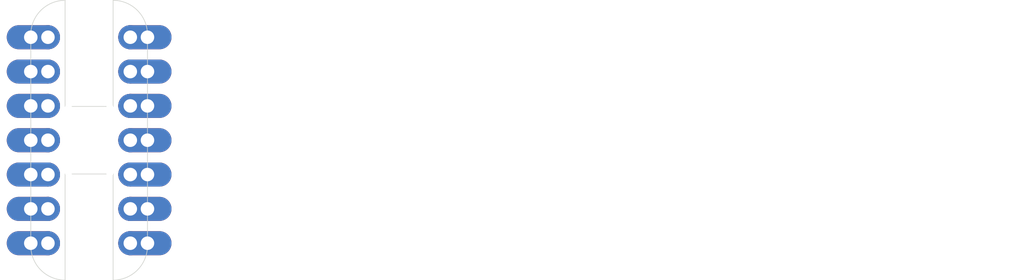
<source format=kicad_pcb>
(kicad_pcb (version 20240108) (generator "pcbnew") (generator_version "8.0")
  (layers (0 "F.Cu" signal) (31 "B.Cu" signal) (34 "B.Paste" user) (35 "F.Paste" user) (36 "B.SilkS" user "B.Silkscreen") (37 "F.SilkS" user "F.Silkscreen") (38 "B.Mask" user) (39 "F.Mask" user) (44 "Edge.Cuts" user))
  (net 0 "")
  (net 1 "VBUS")
  (net 2 "/TX")
  (net 3 "/RX")
  (net 4 "/MISO")
  (net 5 "/MOSI")
  (net 6 "/SCK")
  (net 7 "/A3")
  (net 8 "/A2")
  (net 9 "/A1")
  (net 10 "/A0")
  (net 11 "GND")
  (net 12 "+3.3V")
  (net 13 "/SDA")
  (net 14 "/SCL")
  (footprint "Xiao:Conn_01x_07_Xiao" (layer "F.Cu") (at 148.602731 80.773 180)
    (property "Reference" "J2" (hide yes))
    (property "Value" "Xiao Right" (hide yes))
    (pad "1" thru_hole oval (at -1.269999 -7.619999 180) (size 3.938 1.778) (drill 1 (offset 0.191 0)) (layers "*.Cu" "*.Mask") (net 3 "/RX"))
    (pad "1" thru_hole circle (at 0 -7.620001 180) (size 1.778 1.778) (drill 1) (layers "*.Cu" "*.Mask") (net 3 "/RX"))
    (pad "2" thru_hole oval (at -1.269999 -5.08 180) (size 3.938 1.778) (drill 1 (offset 0.191 0)) (layers "*.Cu" "*.Mask") (net 6 "/SCK"))
    (pad "2" thru_hole circle (at -0.000001 -5.08 180) (size 1.778 1.778) (drill 1) (layers "*.Cu" "*.Mask") (net 6 "/SCK"))
    (pad "3" thru_hole oval (at -1.269999 -2.54 180) (size 3.938 1.778) (drill 1 (offset 0.191 0)) (layers "*.Cu" "*.Mask") (net 4 "/MISO"))
    (pad "3" thru_hole circle (at -0.000001 -2.539999 180) (size 1.778 1.778) (drill 1) (layers "*.Cu" "*.Mask") (net 4 "/MISO"))
    (pad "4" thru_hole oval (at -1.270001 0 180) (size 3.938 1.778) (drill 1 (offset 0.191 0)) (layers "*.Cu" "*.Mask") (net 5 "/MOSI"))
    (pad "4" thru_hole circle (at 0 0 180) (size 1.778 1.778) (drill 1) (layers "*.Cu" "*.Mask") (net 5 "/MOSI"))
    (pad "5" thru_hole oval (at -1.269999 2.540001 180) (size 3.938 1.778) (drill 1 (offset 0.191 0)) (layers "*.Cu" "*.Mask") (net 12 "+3.3V"))
    (pad "5" thru_hole circle (at 0 2.539999 180) (size 1.778 1.778) (drill 1) (layers "*.Cu" "*.Mask") (net 12 "+3.3V"))
    (pad "6" thru_hole oval (at -1.269999 5.079999 180) (size 3.938 1.778) (drill 1 (offset 0.191 0)) (layers "*.Cu" "*.Mask") (net 11 "GND"))
    (pad "6" thru_hole circle (at -0.000001 5.08 180) (size 1.778 1.778) (drill 1) (layers "*.Cu" "*.Mask") (net 11 "GND"))
    (pad "7" thru_hole oval (at -1.269999 7.62 180) (size 3.938 1.778) (drill 1 (offset 0.191 0)) (layers "*.Cu" "*.Mask") (net 1 "VBUS"))
    (pad "7" thru_hole circle (at 0 7.62 180) (size 1.778 1.778) (drill 1) (layers "*.Cu" "*.Mask") (net 1 "VBUS"))
  )
  (footprint "Xiao:JLC Minimum Mouse Bites" (layer "F.Cu") (at 144.02875 80.823)
    (property "Reference" "REF**" (hide yes))
    (property "Value" "JLC Minimum Mouse Bites" (hide yes))
    (pad "" np_thru_hole circle (at 0 -2.5) (size 0.5 0.5) (drill 0.5) (layers "F&B.Cu" "*.Mask"))
    (pad "" np_thru_hole circle (at 0 -1.8) (size 0.5 0.5) (drill 0.5) (layers "F&B.Cu" "*.Mask"))
    (pad "" np_thru_hole circle (at 0 -1.1) (size 0.5 0.5) (drill 0.5) (layers "F&B.Cu" "*.Mask"))
    (pad "" np_thru_hole circle (at 0 -0.4) (size 0.5 0.5) (drill 0.5) (layers "F&B.Cu" "*.Mask"))
    (pad "" np_thru_hole circle (at 0 0.3) (size 0.5 0.5) (drill 0.5) (layers "F&B.Cu" "*.Mask"))
    (pad "" np_thru_hole circle (at 0 1) (size 0.5 0.5) (drill 0.5) (layers "F&B.Cu" "*.Mask"))
    (pad "" np_thru_hole circle (at 0 1.7) (size 0.5 0.5) (drill 0.5) (layers "F&B.Cu" "*.Mask"))
    (pad "" np_thru_hole circle (at 0 2.4) (size 0.5 0.5) (drill 0.5) (layers "F&B.Cu" "*.Mask"))
  )
  (footprint "Xiao:Conn_01x_07_Xiao" (layer "F.Cu") (at 142.50875 80.773)
    (property "Reference" "J1" (hide yes))
    (property "Value" "Xiao Left" (hide yes))
    (pad "1" thru_hole oval (at -1.269999 -7.619999) (size 3.938 1.778) (drill 1 (offset 0.191 0)) (layers "*.Cu" "*.Mask") (net 10 "/A0"))
    (pad "1" thru_hole circle (at 0 -7.620001) (size 1.778 1.778) (drill 1) (layers "*.Cu" "*.Mask") (net 10 "/A0"))
    (pad "2" thru_hole oval (at -1.269999 -5.08) (size 3.938 1.778) (drill 1 (offset 0.191 0)) (layers "*.Cu" "*.Mask") (net 9 "/A1"))
    (pad "2" thru_hole circle (at -0.000001 -5.08) (size 1.778 1.778) (drill 1) (layers "*.Cu" "*.Mask") (net 9 "/A1"))
    (pad "3" thru_hole oval (at -1.269999 -2.54) (size 3.938 1.778) (drill 1 (offset 0.191 0)) (layers "*.Cu" "*.Mask") (net 8 "/A2"))
    (pad "3" thru_hole circle (at -0.000001 -2.539999) (size 1.778 1.778) (drill 1) (layers "*.Cu" "*.Mask") (net 8 "/A2"))
    (pad "4" thru_hole oval (at -1.270001 0) (size 3.938 1.778) (drill 1 (offset 0.191 0)) (layers "*.Cu" "*.Mask") (net 7 "/A3"))
    (pad "4" thru_hole circle (at 0 0) (size 1.778 1.778) (drill 1) (layers "*.Cu" "*.Mask") (net 7 "/A3"))
    (pad "5" thru_hole oval (at -1.269999 2.540001) (size 3.938 1.778) (drill 1 (offset 0.191 0)) (layers "*.Cu" "*.Mask") (net 13 "/SDA"))
    (pad "5" thru_hole circle (at 0 2.539999) (size 1.778 1.778) (drill 1) (layers "*.Cu" "*.Mask") (net 13 "/SDA"))
    (pad "6" thru_hole oval (at -1.269999 5.079999) (size 3.938 1.778) (drill 1 (offset 0.191 0)) (layers "*.Cu" "*.Mask") (net 14 "/SCL"))
    (pad "6" thru_hole circle (at -0.000001 5.08) (size 1.778 1.778) (drill 1) (layers "*.Cu" "*.Mask") (net 14 "/SCL"))
    (pad "7" thru_hole oval (at -1.269999 7.62) (size 3.938 1.778) (drill 1 (offset 0.191 0)) (layers "*.Cu" "*.Mask") (net 2 "/TX"))
    (pad "7" thru_hole circle (at 0 7.62) (size 1.778 1.778) (drill 1) (layers "*.Cu" "*.Mask") (net 2 "/TX"))
  )
  (footprint "Xiao:JLC Minimum Mouse Bites" (layer "F.Cu") (at 147.082731 80.823)
    (property "Reference" "REF**" (hide yes))
    (property "Value" "JLC Minimum Mouse Bites" (hide yes))
    (pad "" np_thru_hole circle (at 0 -2.5) (size 0.5 0.5) (drill 0.5) (layers "F&B.Cu" "*.Mask"))
    (pad "" np_thru_hole circle (at 0 -1.8) (size 0.5 0.5) (drill 0.5) (layers "F&B.Cu" "*.Mask"))
    (pad "" np_thru_hole circle (at 0 -1.1) (size 0.5 0.5) (drill 0.5) (layers "F&B.Cu" "*.Mask"))
    (pad "" np_thru_hole circle (at 0 -0.4) (size 0.5 0.5) (drill 0.5) (layers "F&B.Cu" "*.Mask"))
    (pad "" np_thru_hole circle (at 0 0.3) (size 0.5 0.5) (drill 0.5) (layers "F&B.Cu" "*.Mask"))
    (pad "" np_thru_hole circle (at 0 1) (size 0.5 0.5) (drill 0.5) (layers "F&B.Cu" "*.Mask"))
    (pad "" np_thru_hole circle (at 0 1.7) (size 0.5 0.5) (drill 0.5) (layers "F&B.Cu" "*.Mask"))
    (pad "" np_thru_hole circle (at 0 2.4) (size 0.5 0.5) (drill 0.5) (layers "F&B.Cu" "*.Mask"))
  )
  (gr_arc (start 143.77875 91.1235) (mid 141.982699 90.379551) (end 141.23875 88.5835) (stroke (width 0.05)) (layer "Edge.Cuts"))
  (gr_line (start 147.332731 83.273) (end 147.332731 91.1235) (stroke (width 0.05)) (layer "Edge.Cuts"))
  (gr_arc (start 147.332731 70.4225) (mid 149.12875 71.166466) (end 149.872731 72.9625) (stroke (width 0.05)) (layer "Edge.Cuts"))
  (gr_arc (start 149.872731 88.5835) (mid 149.128785 90.379569) (end 147.332731 91.1235) (stroke (width 0.05)) (layer "Edge.Cuts"))
  (gr_line (start 147.332731 83.273) (end 143.77875 83.273) (stroke (width 0.05)) (layer "Edge.Cuts"))
  (gr_arc (start 141.23875 72.9625) (mid 141.982699 71.166449) (end 143.77875 70.4225) (stroke (width 0.05)) (layer "Edge.Cuts"))
  (gr_line (start 147.332731 78.273) (end 143.77875 78.273) (stroke (width 0.05)) (layer "Edge.Cuts"))
  (gr_line (start 149.872731 72.9625) (end 149.872731 88.5835) (stroke (width 0.05)) (layer "Edge.Cuts"))
  (gr_line (start 143.77875 83.273) (end 143.77875 91.1235) (stroke (width 0.05)) (layer "Edge.Cuts"))
  (gr_line (start 141.23875 88.5835) (end 141.23875 72.9625) (stroke (width 0.05)) (layer "Edge.Cuts"))
  (gr_line (start 143.77875 70.4225) (end 143.77875 78.273) (stroke (width 0.05)) (layer "Edge.Cuts"))
  (gr_line (start 147.332731 78.273) (end 147.332731 70.4225) (stroke (width 0.05)) (layer "Edge.Cuts"))
  (gr_text "" (at 214.56855 88.5327 0) (layer "F.SilkS") (effects (font (size 0.89408 0.89408) (thickness 0.12192))))
)
</source>
